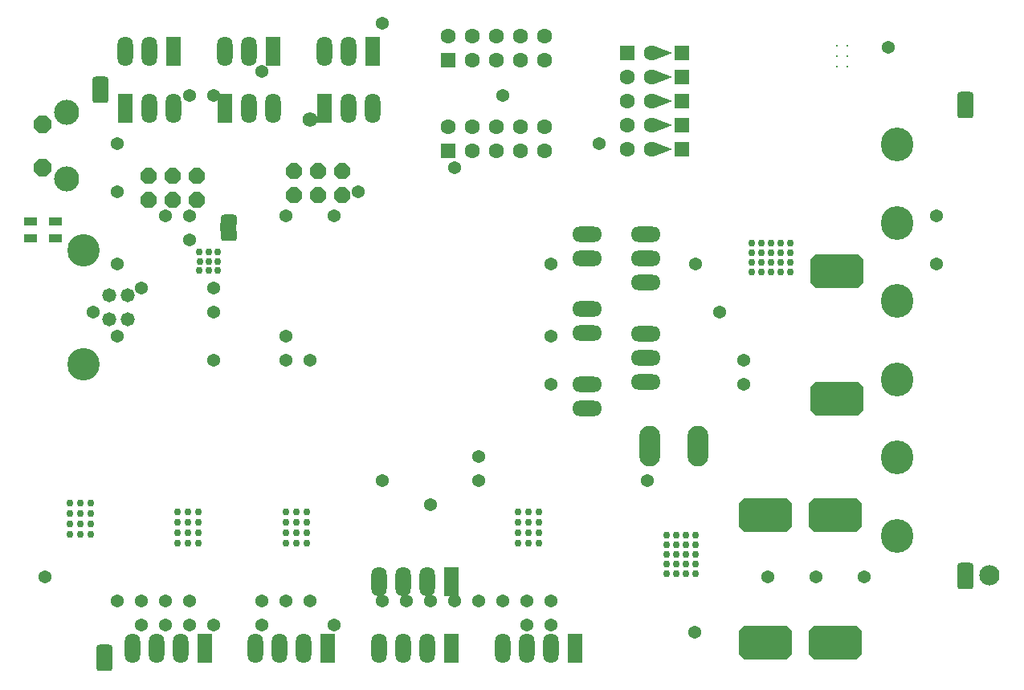
<source format=gbs>
G04 Layer_Color=16711935*
%FSLAX25Y25*%
%MOIN*%
G70*
G01*
G75*
%ADD121C,0.03000*%
%ADD127C,0.08400*%
%ADD212C,0.06305*%
G04:AMPARAMS|DCode=255|XSize=54mil|YSize=54mil|CornerRadius=27mil|HoleSize=0mil|Usage=FLASHONLY|Rotation=270.000|XOffset=0mil|YOffset=0mil|HoleType=Round|Shape=RoundedRectangle|*
%AMROUNDEDRECTD255*
21,1,0.05400,0.00000,0,0,270.0*
21,1,0.00000,0.05400,0,0,270.0*
1,1,0.05400,0.00000,0.00000*
1,1,0.05400,0.00000,0.00000*
1,1,0.05400,0.00000,0.00000*
1,1,0.05400,0.00000,0.00000*
%
%ADD255ROUNDEDRECTD255*%
%ADD266R,0.06305X0.06305*%
%ADD267C,0.06305*%
%ADD268O,0.06400X0.12400*%
%ADD269R,0.06400X0.12400*%
%ADD270O,0.13400X0.14000*%
%ADD271R,0.06305X0.06305*%
%ADD272O,0.12400X0.06400*%
%ADD273O,0.08650X0.16900*%
%ADD274P,0.07144X8X22.5*%
%ADD275C,0.13450*%
%ADD276C,0.05800*%
%ADD277C,0.10400*%
%ADD278P,0.08010X8X292.5*%
G04:AMPARAMS|DCode=279|XSize=137mil|YSize=87mil|CornerRadius=0mil|HoleSize=0mil|Usage=FLASHONLY|Rotation=270.000|XOffset=0mil|YOffset=0mil|HoleType=Round|Shape=Octagon|*
%AMOCTAGOND279*
4,1,8,-0.02175,-0.06850,0.02175,-0.06850,0.04350,-0.04675,0.04350,0.04675,0.02175,0.06850,-0.02175,0.06850,-0.04350,0.04675,-0.04350,-0.04675,-0.02175,-0.06850,0.0*
%
%ADD279OCTAGOND279*%

%ADD280C,0.01000*%
%ADD281R,0.07045X0.03543*%
%ADD282R,0.06305X0.06305*%
G04:AMPARAMS|DCode=283|XSize=62mil|YSize=62mil|CornerRadius=31mil|HoleSize=0mil|Usage=FLASHONLY|Rotation=270.000|XOffset=0mil|YOffset=0mil|HoleType=Round|Shape=RoundedRectangle|*
%AMROUNDEDRECTD283*
21,1,0.06200,0.00000,0,0,270.0*
21,1,0.00000,0.06200,0,0,270.0*
1,1,0.06200,0.00000,0.00000*
1,1,0.06200,0.00000,0.00000*
1,1,0.06200,0.00000,0.00000*
1,1,0.06200,0.00000,0.00000*
%
%ADD283ROUNDEDRECTD283*%
%ADD284R,0.05321X0.03747*%
G04:AMPARAMS|DCode=285|XSize=54mil|YSize=54mil|CornerRadius=27mil|HoleSize=0mil|Usage=FLASHONLY|Rotation=0.000|XOffset=0mil|YOffset=0mil|HoleType=Round|Shape=RoundedRectangle|*
%AMROUNDEDRECTD285*
21,1,0.05400,0.00000,0,0,0.0*
21,1,0.00000,0.05400,0,0,0.0*
1,1,0.05400,0.00000,0.00000*
1,1,0.05400,0.00000,0.00000*
1,1,0.05400,0.00000,0.00000*
1,1,0.05400,0.00000,0.00000*
%
%ADD285ROUNDEDRECTD285*%
G04:AMPARAMS|DCode=286|XSize=50mil|YSize=67mil|CornerRadius=13.5mil|HoleSize=0mil|Usage=FLASHONLY|Rotation=270.000|XOffset=0mil|YOffset=0mil|HoleType=Round|Shape=RoundedRectangle|*
%AMROUNDEDRECTD286*
21,1,0.05000,0.04000,0,0,270.0*
21,1,0.02300,0.06700,0,0,270.0*
1,1,0.02700,-0.02000,-0.01150*
1,1,0.02700,-0.02000,0.01150*
1,1,0.02700,0.02000,0.01150*
1,1,0.02700,0.02000,-0.01150*
%
%ADD286ROUNDEDRECTD286*%
G36*
X315300Y60200D02*
X306200D01*
Y74100D01*
X315300D01*
Y60200D01*
D02*
G37*
G36*
X344805Y108461D02*
X335705D01*
Y122361D01*
X344805D01*
Y108461D01*
D02*
G37*
G36*
X344305Y60161D02*
X335205D01*
Y74061D01*
X344305D01*
Y60161D01*
D02*
G37*
G36*
Y7161D02*
X335205D01*
Y21061D01*
X344305D01*
Y7161D01*
D02*
G37*
G36*
X315300Y7200D02*
X306200D01*
Y21100D01*
X315300D01*
Y7200D01*
D02*
G37*
G36*
X344805Y161461D02*
X335705D01*
Y175361D01*
X344805D01*
Y161461D01*
D02*
G37*
G36*
X272168Y249171D02*
X264268Y246171D01*
X265469Y247371D01*
Y250971D01*
X264268Y252171D01*
X272168Y249171D01*
D02*
G37*
G36*
Y259171D02*
X264268Y256171D01*
X265469Y257371D01*
Y260971D01*
X264268Y262171D01*
X272168Y259171D01*
D02*
G37*
G36*
Y239171D02*
X264268Y236171D01*
X265469Y237371D01*
Y240971D01*
X264268Y242171D01*
X272168Y239171D01*
D02*
G37*
G36*
Y219171D02*
X264268Y216171D01*
X265469Y217371D01*
Y220971D01*
X264268Y222171D01*
X272168Y219171D01*
D02*
G37*
G36*
Y229171D02*
X264268Y226171D01*
X265469Y227371D01*
Y230971D01*
X264268Y232171D01*
X272168Y229171D01*
D02*
G37*
G54D121*
X79600Y172600D02*
D03*
Y176340D02*
D03*
X75831Y176376D02*
D03*
X75880Y172600D02*
D03*
X75860Y168761D02*
D03*
X79600Y168860D02*
D03*
X83340D02*
D03*
Y172600D02*
D03*
Y176340D02*
D03*
X316900Y168239D02*
D03*
X320900D02*
D03*
Y172239D02*
D03*
X316900D02*
D03*
Y176239D02*
D03*
X320900D02*
D03*
Y180239D02*
D03*
X316900D02*
D03*
X308900D02*
D03*
X304900D02*
D03*
Y176239D02*
D03*
X308900D02*
D03*
Y172239D02*
D03*
X304900D02*
D03*
Y168239D02*
D03*
X308900D02*
D03*
X312900D02*
D03*
Y172239D02*
D03*
Y180239D02*
D03*
Y176239D02*
D03*
X273681Y50768D02*
D03*
X269681D02*
D03*
X277681D02*
D03*
X281681D02*
D03*
Y46768D02*
D03*
Y42768D02*
D03*
X277681D02*
D03*
Y46768D02*
D03*
X273681D02*
D03*
Y42768D02*
D03*
X269681D02*
D03*
Y46768D02*
D03*
Y54768D02*
D03*
Y58768D02*
D03*
X273681D02*
D03*
Y54768D02*
D03*
X277681D02*
D03*
Y58768D02*
D03*
X281681D02*
D03*
Y54768D02*
D03*
X22031Y72102D02*
D03*
X30693Y59109D02*
D03*
X26362D02*
D03*
X22031D02*
D03*
X30693Y63440D02*
D03*
X26362D02*
D03*
X22031D02*
D03*
X30693Y67771D02*
D03*
X26362D02*
D03*
X22031D02*
D03*
X30693Y72102D02*
D03*
X26362D02*
D03*
X71100Y68502D02*
D03*
X75431D02*
D03*
X66769Y64171D02*
D03*
X71100D02*
D03*
X75431D02*
D03*
X66769Y59840D02*
D03*
X71100D02*
D03*
X75431D02*
D03*
X66769Y55510D02*
D03*
X71100D02*
D03*
X75431D02*
D03*
X66769Y68502D02*
D03*
X111769D02*
D03*
X120431Y55510D02*
D03*
X116100D02*
D03*
X111769D02*
D03*
X120431Y59840D02*
D03*
X116100D02*
D03*
X111769D02*
D03*
X120431Y64171D02*
D03*
X116100D02*
D03*
X111769D02*
D03*
X120431Y68502D02*
D03*
X116100D02*
D03*
X212500D02*
D03*
X216831D02*
D03*
X208169Y64171D02*
D03*
X212500D02*
D03*
X216831D02*
D03*
X208169Y59840D02*
D03*
X212500D02*
D03*
X216831D02*
D03*
X208169Y55510D02*
D03*
X212500D02*
D03*
X216831D02*
D03*
X208169Y68502D02*
D03*
G54D127*
X403667Y42151D02*
D03*
G54D212*
X263268Y219171D02*
D03*
Y229171D02*
D03*
Y239171D02*
D03*
Y249171D02*
D03*
Y259171D02*
D03*
G54D255*
X41600Y221600D02*
D03*
X51600Y21600D02*
D03*
X61600D02*
D03*
X71600D02*
D03*
X81600D02*
D03*
X101600D02*
D03*
X131600D02*
D03*
X211600D02*
D03*
X221600D02*
D03*
X301600Y121600D02*
D03*
X291600Y151600D02*
D03*
X281600Y171600D02*
D03*
X191600Y31600D02*
D03*
X211600D02*
D03*
X201600D02*
D03*
X221600D02*
D03*
X151600D02*
D03*
X171600D02*
D03*
X161600D02*
D03*
X181600D02*
D03*
X71600D02*
D03*
X111600D02*
D03*
X101600D02*
D03*
X121600D02*
D03*
X11600Y41600D02*
D03*
X281300Y18400D02*
D03*
X221600Y121600D02*
D03*
X241600Y221600D02*
D03*
X51600Y31600D02*
D03*
X41600D02*
D03*
X61600D02*
D03*
X151600Y81600D02*
D03*
X171600Y71600D02*
D03*
X191600Y81600D02*
D03*
X51600Y161600D02*
D03*
X41600Y171600D02*
D03*
X141600Y201600D02*
D03*
X81600Y241600D02*
D03*
X191600Y91600D02*
D03*
X201600Y241600D02*
D03*
X361600Y261600D02*
D03*
G54D266*
X253269Y259171D02*
D03*
G54D267*
Y249171D02*
D03*
Y239171D02*
D03*
Y229171D02*
D03*
Y219171D02*
D03*
X219000Y228500D02*
D03*
Y218500D02*
D03*
X209000Y228500D02*
D03*
Y218500D02*
D03*
X199000Y228500D02*
D03*
Y218500D02*
D03*
X189000Y228500D02*
D03*
Y218500D02*
D03*
X179000Y228500D02*
D03*
X219000Y266000D02*
D03*
Y256000D02*
D03*
X209000Y266000D02*
D03*
Y256000D02*
D03*
X199000Y266000D02*
D03*
Y256000D02*
D03*
X189000Y266000D02*
D03*
Y256000D02*
D03*
X179000Y266000D02*
D03*
G54D268*
X106482Y236246D02*
D03*
X96482D02*
D03*
X65143D02*
D03*
X55143D02*
D03*
X86482Y259868D02*
D03*
X96482D02*
D03*
X45143D02*
D03*
X55143D02*
D03*
X127821D02*
D03*
X137820D02*
D03*
X48025Y11825D02*
D03*
X58025D02*
D03*
X68025D02*
D03*
X119206D02*
D03*
X109206D02*
D03*
X99206D02*
D03*
X150387Y39384D02*
D03*
X160387D02*
D03*
X170387D02*
D03*
Y11825D02*
D03*
X160387D02*
D03*
X150387D02*
D03*
X201608Y11865D02*
D03*
X211608D02*
D03*
X221608D02*
D03*
X147820Y236246D02*
D03*
X137820D02*
D03*
G54D269*
X86482D02*
D03*
X45143D02*
D03*
X106482Y259868D02*
D03*
X65143D02*
D03*
X147820D02*
D03*
X78025Y11825D02*
D03*
X129206D02*
D03*
X180387Y39384D02*
D03*
Y11825D02*
D03*
X231608Y11865D02*
D03*
X127821Y236246D02*
D03*
G54D270*
X365300Y221050D02*
D03*
Y188550D02*
D03*
Y156050D02*
D03*
Y123550D02*
D03*
Y91050D02*
D03*
Y58550D02*
D03*
G54D271*
X179000Y218500D02*
D03*
Y256000D02*
D03*
G54D272*
X260900Y142300D02*
D03*
Y132300D02*
D03*
Y122300D02*
D03*
X261000Y183700D02*
D03*
Y173700D02*
D03*
Y163700D02*
D03*
X236639Y173765D02*
D03*
Y183765D02*
D03*
Y111561D02*
D03*
Y121561D02*
D03*
Y142663D02*
D03*
Y152663D02*
D03*
G54D273*
X282700Y95900D02*
D03*
X262700D02*
D03*
G54D274*
X74853Y208056D02*
D03*
Y198056D02*
D03*
X64853Y208056D02*
D03*
Y198056D02*
D03*
X54853Y208056D02*
D03*
Y198056D02*
D03*
X114900Y200000D02*
D03*
Y210000D02*
D03*
X124900Y200000D02*
D03*
Y210000D02*
D03*
X134900Y200000D02*
D03*
Y210000D02*
D03*
G54D275*
X27584Y129868D02*
D03*
Y177190D02*
D03*
G54D276*
X38284Y148568D02*
D03*
Y158490D02*
D03*
X46184D02*
D03*
Y148568D02*
D03*
G54D277*
X20673Y206698D02*
D03*
Y234298D02*
D03*
G54D278*
X10873Y211598D02*
D03*
Y229398D02*
D03*
G54D279*
X317495Y67139D02*
D03*
X304095D02*
D03*
Y14139D02*
D03*
X317495D02*
D03*
X333600Y168400D02*
D03*
X347000D02*
D03*
Y115400D02*
D03*
X333600D02*
D03*
X346500Y67100D02*
D03*
X333100D02*
D03*
Y14100D02*
D03*
X346500D02*
D03*
G54D280*
X340235Y262131D02*
D03*
X344565D02*
D03*
X340235Y257800D02*
D03*
X344565D02*
D03*
X340235Y253469D02*
D03*
X344565D02*
D03*
G54D281*
X87841Y186639D02*
D03*
X393748Y237424D02*
D03*
X36348Y7924D02*
D03*
X34548Y244024D02*
D03*
X393778Y41602D02*
D03*
G54D282*
X276068Y219171D02*
D03*
Y229171D02*
D03*
Y239171D02*
D03*
Y249171D02*
D03*
Y259171D02*
D03*
G54D283*
X121600Y231600D02*
D03*
G54D284*
X5825Y189267D02*
D03*
Y181983D02*
D03*
X16025Y189267D02*
D03*
Y181983D02*
D03*
G54D285*
X351600Y41600D02*
D03*
X331600D02*
D03*
X311600D02*
D03*
X151600Y271600D02*
D03*
X31600Y151600D02*
D03*
X41600Y141600D02*
D03*
X71600Y191600D02*
D03*
X41600Y201600D02*
D03*
X61600Y191600D02*
D03*
X71600Y181600D02*
D03*
X101600Y251600D02*
D03*
X71600Y241600D02*
D03*
X131600Y191600D02*
D03*
X181600Y211600D02*
D03*
X111600Y191600D02*
D03*
X221600Y171600D02*
D03*
Y141600D02*
D03*
X301600Y131600D02*
D03*
X381600Y171600D02*
D03*
X261600Y81600D02*
D03*
X381600Y191600D02*
D03*
X81600Y131600D02*
D03*
Y151600D02*
D03*
Y161600D02*
D03*
X111600Y141600D02*
D03*
X121600Y131600D02*
D03*
X111600D02*
D03*
G54D286*
X87919Y183541D02*
D03*
Y189541D02*
D03*
X393825Y240325D02*
D03*
Y234325D02*
D03*
X36425Y10825D02*
D03*
Y4825D02*
D03*
X34625Y246925D02*
D03*
Y240925D02*
D03*
X393700Y38700D02*
D03*
Y44700D02*
D03*
M02*

</source>
